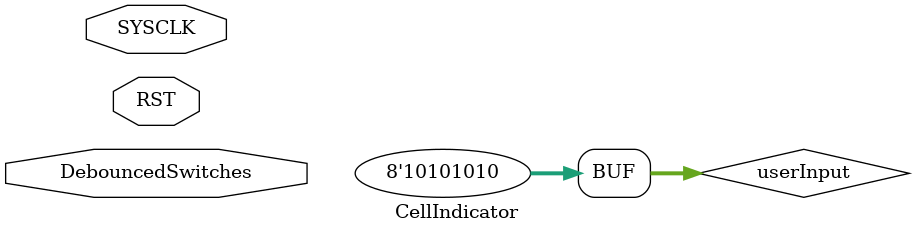
<source format=sv>
`timescale 1ns / 1ps


module CellIndicator
#(   
    parameter integer RESET_POLARITY_LOW = 1
 )
(    
    input	      SYSCLK,
    input	      RST,
    input  [15:0] DebouncedSwitches,
    cellProcessor_int.imagePorts ports
    ); 
 
    // Reset Logic
    wire reset_in = RESET_POLARITY_LOW? ~RST : RST;
    
    
    // Setup a struct to use for testing the cells
    enum logic [23:0]{
        BLACK   = 24'h000000,
        WHITE   = 24'hFFFFFF,
        RED     = 24'hFF0000,
        LIME    = 24'h00FF00,
        BLUE    = 24'h0000FF
    } colors;
	
            
    // Establish registers for current and next states
    reg [3:0] cellACS, cellANS;
	reg [3:0] cellBCS, cellBNS;
	reg [3:0] opcodeCS, opcodeNS;
	reg [7:0] userInput = 8'hAA;

  
    // Clock in new state
    always @(posedge SYSCLK) begin
        if(reset_in) begin
            cellACS  <= WHITE;
			cellBCS  <= WHITE;
		end
        else begin
            cellACS  <= cellANS;
			cellBCS  <= cellBNS;
		end
    end
    
    // Setup next state logic for cellA
	assign ports.cellA.singleCell = {cellACS,cellACS,cellACS,cellACS,cellACS,cellACS,cellACS,cellACS,cellACS};
    always @(*) begin
        case (DebouncedSwitches[3:0])
            4'b0001: cellANS = BLACK;
			4'b0011: cellANS = RED;
			4'b0100: cellANS = LIME;
			4'b0101: cellANS = BLUE;
            default: cellANS = WHITE;
        endcase
    end
	
	// Setup next state logic for cellB
	assign ports.cellB.singleCell = {cellBCS,cellBCS,cellBCS,cellBCS,cellBCS,cellBCS,cellBCS,cellBCS,cellBCS};
    always @(*) begin
        case (DebouncedSwitches[7:4])
            4'b0001: cellBNS = BLACK;
			4'b0011: cellBNS = RED;
			4'b0100: cellBNS = LIME;
			4'b0101: cellBNS = BLUE;
            default: cellBNS = WHITE;
        endcase
    end
	
	// Setup next state logic for opcodes
	assign ports.opcode = opcodeCS;
	always @(posedge SYSCLK) begin
		opcodeNS <= DebouncedSwitches[15:12];
		opcodeCS <= opcodeNS;
	end
			
endmodule

</source>
